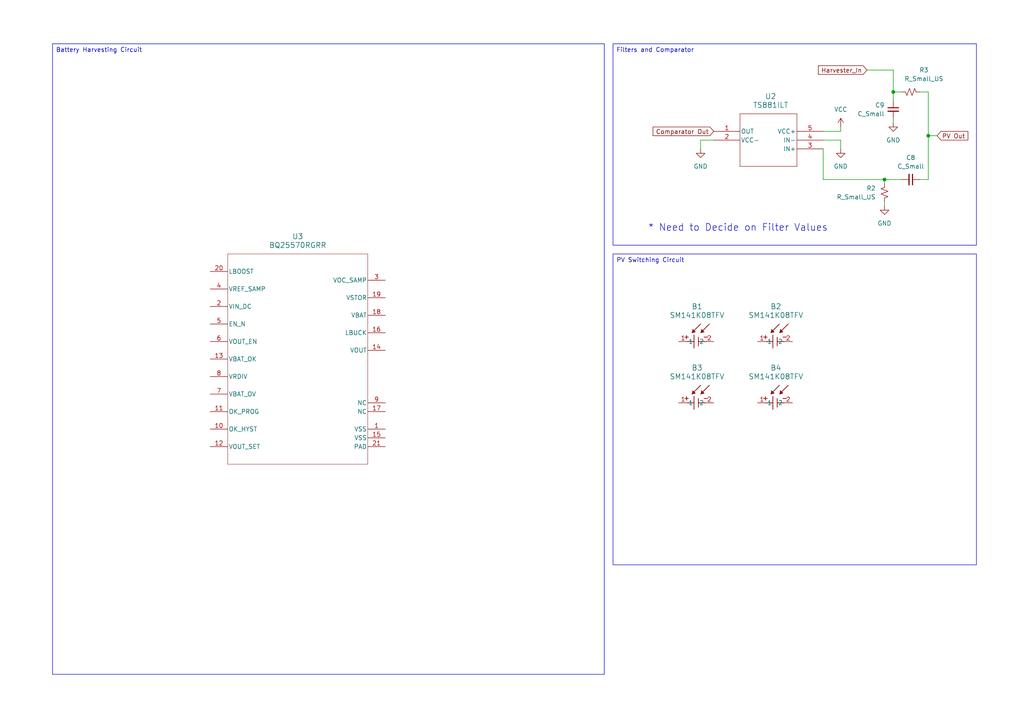
<source format=kicad_sch>
(kicad_sch (version 20230121) (generator eeschema)
  (paper "A4")
  (lib_symbols
    (symbol "Device:C_Small" (pin_numbers hide) (pin_names (offset 0.254) hide)
      (property "Reference" "C" (at 0.254 1.778 0))
      (property "Value" "C_Small" (at 0.254 -2.032 0))
      (symbol "C_Small_0_1"
        (polyline (pts (xy -1.524 -0.508) (xy 1.524 -0.508)) (stroke (width 0.3302)))
        (polyline (pts (xy -1.524 0.508) (xy 1.524 0.508)) (stroke (width 0.3048)))
      )
      (symbol "C_Small_1_1"
        (pin passive line (at 0 2.54 270) (length 2.032) (name "~") (number "1"))
        (pin passive line (at 0 -2.54 90) (length 2.032) (name "~") (number "2"))
      )
    )
    (symbol "Device:R_Small_US" (pin_numbers hide) (pin_names (offset 0.254) hide)
      (property "Reference" "R" (at 0.762 0.508 0))
      (property "Value" "R_Small_US" (at 0.762 -1.016 0))
      (symbol "R_Small_US_1_1"
        (polyline (pts (xy 0 0) (xy 1.016 -0.381) (xy 0 -0.762) (xy -1.016 -1.143) (xy 0 -1.524)))
        (polyline (pts (xy 0 1.524) (xy 1.016 1.143) (xy 0 0.762) (xy -1.016 0.381) (xy 0 0)))
        (pin passive line (at 0 2.54 270) (length 1.016) (name "~") (number "1"))
        (pin passive line (at 0 -2.54 90) (length 1.016) (name "~") (number "2"))
      )
    )
    (symbol "LiFi_Receiver:BQ25570RGRR" (pin_names (offset 0.254))
      (property "Reference" "U" (at 0 2.54 0))
      (property "Value" "BQ25570RGRR" (at 0 0 0))
      (symbol "BQ25570RGRR_0_1"
        (polyline (pts (xy -20.32 -30.48) (xy 20.32 -30.48)) (stroke (width 0.1016)))
        (polyline (pts (xy -20.32 30.48) (xy -20.32 -30.48)) (stroke (width 0.1016)))
        (polyline (pts (xy 20.32 -30.48) (xy 20.32 30.48)) (stroke (width 0.1016)))
        (polyline (pts (xy 20.32 30.48) (xy -20.32 30.48)) (stroke (width 0.1016)))
        (pin power_in line (at 25.4 -20.32 180) (length 5.08) (name "VSS") (number "1"))
        (pin input line (at -25.4 -20.32 0) (length 5.08) (name "OK_HYST") (number "10"))
        (pin input line (at -25.4 -15.24 0) (length 5.08) (name "OK_PROG") (number "11"))
        (pin input line (at -25.4 -25.4 0) (length 5.08) (name "VOUT_SET") (number "12"))
        (pin output line (at -25.4 0 0) (length 5.08) (name "VBAT_OK") (number "13"))
        (pin power_in line (at 25.4 2.54 180) (length 5.08) (name "VOUT") (number "14"))
        (pin power_in line (at 25.4 -22.86 180) (length 5.08) (name "VSS") (number "15"))
        (pin unspecified line (at 25.4 7.62 180) (length 5.08) (name "LBUCK") (number "16"))
        (pin unspecified line (at 25.4 -15.24 180) (length 5.08) (name "NC") (number "17"))
        (pin bidirectional line (at 25.4 12.7 180) (length 5.08) (name "VBAT") (number "18"))
        (pin power_in line (at 25.4 17.78 180) (length 5.08) (name "VSTOR") (number "19"))
        (pin power_in line (at -25.4 15.24 0) (length 5.08) (name "VIN_DC") (number "2"))
        (pin input line (at -25.4 25.4 0) (length 5.08) (name "LBOOST") (number "20"))
        (pin power_in line (at 25.4 -25.4 180) (length 5.08) (name "PAD") (number "21"))
        (pin input line (at 25.4 22.86 180) (length 5.08) (name "VOC_SAMP") (number "3"))
        (pin input line (at -25.4 20.32 0) (length 5.08) (name "VREF_SAMP") (number "4"))
        (pin input line (at -25.4 10.16 0) (length 5.08) (name "EN_N") (number "5"))
        (pin input line (at -25.4 5.08 0) (length 5.08) (name "VOUT_EN") (number "6"))
        (pin input line (at -25.4 -10.16 0) (length 5.08) (name "VBAT_OV") (number "7"))
        (pin output line (at -25.4 -5.08 0) (length 5.08) (name "VRDIV") (number "8"))
        (pin power_in line (at 25.4 -12.7 180) (length 5.08) (name "NC") (number "9"))
      )
    )
    (symbol "LiFi_Receiver:SM141K08TFV" (pin_names (offset 0.254))
      (property "Reference" "B" (at 4.826 8.89 0))
      (property "Value" "SM141K08TFV" (at 5.08 -3.81 0))
      (symbol "SM141K08TFV_0_1"
        (polyline (pts (xy 1.778 1.27) (xy 2.794 1.27)) (stroke (width 0.2032)))
        (polyline (pts (xy 2.286 0.762) (xy 2.286 1.778)) (stroke (width 0.2032)))
        (polyline (pts (xy 2.54 0) (xy 4.445 0)) (stroke (width 0.2032)))
        (polyline (pts (xy 4.318 3.048) (xy 6.35 5.08)) (stroke (width 0.2032)))
        (polyline (pts (xy 4.445 1.905) (xy 4.445 -1.905)) (stroke (width 0.2032)))
        (polyline (pts (xy 5.715 -1.27) (xy 5.715 1.27)) (stroke (width 0.2032)))
        (polyline (pts (xy 5.715 0) (xy 7.62 0)) (stroke (width 0.2032)))
        (polyline (pts (xy 6.858 3.048) (xy 8.89 5.08)) (stroke (width 0.2032)))
        (polyline (pts (xy 7.366 1.27) (xy 8.382 1.27)) (stroke (width 0.2032)))
        (polyline (pts (xy 3.81 2.54) (xy 4.826 2.794) (xy 4.064 3.556)) (fill (type outline)))
        (polyline (pts (xy 6.35 2.54) (xy 7.366 2.794) (xy 6.604 3.556)) (fill (type outline)))
        (pin unspecified line (at 0 0 0) (length 2.54) (name "1") (number "1"))
        (pin unspecified line (at 10.16 0 180) (length 2.54) (name "2") (number "2"))
      )
    )
    (symbol "LiFi_Receiver:TS881ILT" (pin_names (offset 0.254))
      (property "Reference" "U" (at 20.32 10.16 0))
      (property "Value" "TS881ILT" (at 20.32 7.62 0))
      (symbol "TS881ILT_0_1"
        (polyline (pts (xy 7.62 -10.16) (xy 24.13 -10.16)) (stroke (width 0.127)))
        (polyline (pts (xy 7.62 5.08) (xy 7.62 -10.16)) (stroke (width 0.127)))
        (polyline (pts (xy 24.13 -10.16) (xy 24.13 5.08)) (stroke (width 0.127)))
        (polyline (pts (xy 24.13 5.08) (xy 7.62 5.08)) (stroke (width 0.127)))
        (pin output line (at 0 0 0) (length 7.62) (name "OUT") (number "1"))
        (pin power_in line (at 0 -2.54 0) (length 7.62) (name "VCC-") (number "2"))
        (pin input line (at 31.75 -5.08 180) (length 7.62) (name "IN+") (number "3"))
        (pin input line (at 31.75 -2.54 180) (length 7.62) (name "IN-") (number "4"))
        (pin power_in line (at 31.75 0 180) (length 7.62) (name "VCC+") (number "5"))
      )
    )
    (symbol "power:GND" (power) (pin_names (offset 0))
      (property "Value" "GND" (at 0 -3.81 0))
      (symbol "GND_0_1"
        (polyline (pts (xy 0 0) (xy 0 -1.27) (xy 1.27 -1.27) (xy 0 -2.54) (xy -1.27 -1.27) (xy 0 -1.27)))
      )
      (symbol "GND_1_1"
        (pin power_in line (at 0 0 270) (length 0) hide (name "GND") (number "1"))
      )
    )
    (symbol "power:VCC" (power) (pin_names (offset 0))
      (property "Value" "VCC" (at 0 3.81 0))
      (symbol "VCC_0_1"
        (polyline (pts (xy -0.762 1.27) (xy 0 2.54)))
        (polyline (pts (xy 0 0) (xy 0 2.54)))
        (polyline (pts (xy 0 2.54) (xy 0.762 1.27)))
      )
      (symbol "VCC_1_1"
        (pin power_in line (at 0 0 90) (length 0) hide (name "VCC") (number "1"))
      )
    )
  )
  (junction (at 256.54 52.07))
  (junction (at 259.08 26.67))
  (junction (at 269.24 39.37))
  (wire (pts (xy 261.62 26.67) (xy 259.08 26.67)))
  (wire (pts (xy 269.24 26.67) (xy 269.24 39.37)))
  (wire (pts (xy 261.62 52.07) (xy 256.54 52.07)))
  (wire (pts (xy 243.84 36.83) (xy 243.84 38.1)))
  (wire (pts (xy 243.84 40.64) (xy 243.84 43.18)))
  (wire (pts (xy 238.76 52.07) (xy 256.54 52.07)))
  (wire (pts (xy 203.2 40.64) (xy 203.2 43.18)))
  (wire (pts (xy 238.76 52.07) (xy 238.76 43.18)))
  (wire (pts (xy 256.54 52.07) (xy 256.54 53.34)))
  (wire (pts (xy 259.08 20.32) (xy 251.46 20.32)))
  (wire (pts (xy 238.76 40.64) (xy 243.84 40.64)))
  (wire (pts (xy 259.08 26.67) (xy 259.08 29.21)))
  (wire (pts (xy 238.76 38.1) (xy 243.84 38.1)))
  (wire (pts (xy 269.24 39.37) (xy 269.24 52.07)))
  (wire (pts (xy 259.08 34.29) (xy 259.08 35.56)))
  (wire (pts (xy 259.08 20.32) (xy 259.08 26.67)))
  (wire (pts (xy 207.01 40.64) (xy 203.2 40.64)))
  (wire (pts (xy 256.54 58.42) (xy 256.54 59.69)))
  (wire (pts (xy 269.24 52.07) (xy 266.7 52.07)))
  (wire (pts (xy 266.7 26.67) (xy 269.24 26.67)))
  (wire (pts (xy 269.24 39.37) (xy 271.78 39.37)))
  (text_box "Filters and Comparator\n" (at 177.8 12.7 0) (size 105.41 58.42) (effects (font (size 1.27 1.27)) (justify left top)))
  (text_box "PV Switching Circuit\n" (at 177.8 73.66 0) (size 105.41 90.17) (effects (font (size 1.27 1.27)) (justify left top)))
  (text_box "Battery Harvesting Circuit\n" (at 15.24 12.7 0) (size 160.02 182.88) (effects (font (size 1.27 1.27)) (justify left top)))
  (text "* Need to Decide on Filter Values" (at 187.96 67.31 0) (effects (font (size 2 2)) (justify left bottom)))
  (global_label "PV Out" (shape input) (at 271.78 39.37 0) (property "Intersheetrefs" "${INTERSHEET_REFS}" (effects hide)))
  (global_label "Comparator Out" (shape input) (at 207.01 38.1 180) (property "Intersheetrefs" "${INTERSHEET_REFS}" (effects hide)))
  (global_label "Harvester_In" (shape input) (at 251.46 20.32 180) (property "Intersheetrefs" "${INTERSHEET_REFS}" (effects hide)))
  (symbol (lib_id "power:GND") (at 259.08 35.56 0) (mirror y) (unit 1)
    (property "Reference" "#PWR04" (effects hide))
    (property "Value" "GND" (at 259.08 40.64 0))
  )
  (symbol (lib_id "power:GND") (at 256.54 59.69 0) (mirror y) (unit 1)
    (property "Reference" "#PWR05" (effects hide))
    (property "Value" "GND" (at 256.54 64.77 0))
  )
  (symbol (lib_id "LiFi_Receiver:SM141K08TFV") (at 219.71 99.06 0) (unit 1)
    (property "Reference" "B2" (at 225.044 88.9 0) (effects (font (size 1.524 1.524))))
    (property "Value" "SM141K08TFV" (at 225.044 91.44 0) (effects (font (size 1.524 1.524))))
    (property "Footprint" "SM141K08TFV_AAR" (effects hide))
    (property "Datasheet" "SM141K08TFV" (effects hide))
  )
  (symbol (lib_id "Device:R_Small_US") (at 264.16 26.67 270) (mirror x) (unit 1)
    (property "Reference" "R3" (at 267.97 20.32 90))
    (property "Value" "R_Small_US" (at 267.97 22.86 90))
  )
  (symbol (lib_id "Device:R_Small_US") (at 256.54 55.88 0) (mirror y) (unit 1)
    (property "Reference" "R2" (at 254 54.61 0) (effects (justify left)))
    (property "Value" "R_Small_US" (at 254 57.15 0) (effects (justify left)))
  )
  (symbol (lib_id "LiFi_Receiver:SM141K08TFV") (at 196.85 116.84 0) (unit 1)
    (property "Reference" "B3" (at 202.184 106.68 0) (effects (font (size 1.524 1.524))))
    (property "Value" "SM141K08TFV" (at 202.184 109.22 0) (effects (font (size 1.524 1.524))))
    (property "Footprint" "SM141K08TFV_AAR" (effects hide))
    (property "Datasheet" "SM141K08TFV" (effects hide))
  )
  (symbol (lib_id "power:GND") (at 243.84 43.18 0) (mirror y) (unit 1)
    (property "Reference" "#PWR06" (effects hide))
    (property "Value" "GND" (at 243.84 48.26 0))
  )
  (symbol (lib_id "Device:C_Small") (at 264.16 52.07 270) (mirror x) (unit 1)
    (property "Reference" "C8" (at 264.1537 45.72 90))
    (property "Value" "C_Small" (at 264.1537 48.26 90))
  )
  (symbol (lib_id "power:GND") (at 203.2 43.18 0) (unit 1)
    (property "Reference" "#PWR07" (effects hide))
    (property "Value" "GND" (at 203.2 48.26 0))
  )
  (symbol (lib_id "Device:C_Small") (at 259.08 31.75 0) (mirror y) (unit 1)
    (property "Reference" "C9" (at 256.54 30.4863 0) (effects (justify left)))
    (property "Value" "C_Small" (at 256.54 33.0263 0) (effects (justify left)))
  )
  (symbol (lib_id "LiFi_Receiver:SM141K08TFV") (at 196.85 99.06 0) (unit 1)
    (property "Reference" "B1" (at 202.184 88.9 0) (effects (font (size 1.524 1.524))))
    (property "Value" "SM141K08TFV" (at 202.184 91.44 0) (effects (font (size 1.524 1.524))))
    (property "Footprint" "SM141K08TFV_AAR" (effects hide))
    (property "Datasheet" "SM141K08TFV" (effects hide))
  )
  (symbol (lib_id "LiFi_Receiver:SM141K08TFV") (at 219.71 116.84 0) (unit 1)
    (property "Reference" "B4" (at 225.044 106.68 0) (effects (font (size 1.524 1.524))))
    (property "Value" "SM141K08TFV" (at 225.044 109.22 0) (effects (font (size 1.524 1.524))))
    (property "Footprint" "SM141K08TFV_AAR" (effects hide))
    (property "Datasheet" "SM141K08TFV" (effects hide))
  )
  (symbol (lib_id "LiFi_Receiver:BQ25570RGRR") (at 86.36 104.14 0) (unit 1)
    (property "Reference" "U3" (at 86.36 68.58 0) (effects (font (size 1.524 1.524))))
    (property "Value" "BQ25570RGRR" (at 86.36 71.12 0) (effects (font (size 1.524 1.524))))
    (property "Footprint" "RGR0020A" (effects hide))
    (property "Datasheet" "BQ25570RGRR" (effects hide))
  )
  (symbol (lib_id "power:VCC") (at 243.84 36.83 0) (unit 1)
    (property "Reference" "#2.4FromReg" (effects hide))
    (property "Value" "VCC" (at 243.84 31.75 0))
  )
  (symbol (lib_id "LiFi_Receiver:TS881ILT") (at 207.01 38.1 0) (unit 1)
    (property "Reference" "U2" (at 223.52 27.94 0) (effects (font (size 1.524 1.524))))
    (property "Value" "TS881ILT" (at 223.52 30.48 0) (effects (font (size 1.524 1.524))))
    (property "Footprint" "SOT23-5_TS881_TEX" (effects hide))
    (property "Datasheet" "TS881ILT" (effects hide))
  )
)
</source>
